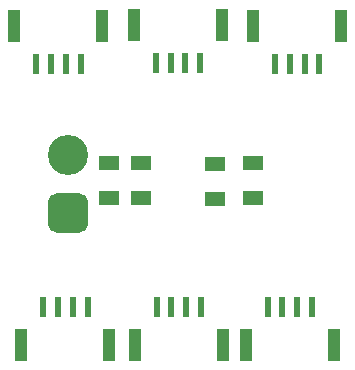
<source format=gbp>
G04*
G04 #@! TF.GenerationSoftware,Altium Limited,Altium Designer,21.6.1 (37)*
G04*
G04 Layer_Color=128*
%FSLAX44Y44*%
%MOMM*%
G71*
G04*
G04 #@! TF.SameCoordinates,54B41048-786A-4A43-A445-D2F397ABDBDA*
G04*
G04*
G04 #@! TF.FilePolarity,Positive*
G04*
G01*
G75*
%ADD33R,1.8200X1.1500*%
%ADD34R,1.0000X2.7000*%
%ADD35R,0.6000X1.7000*%
G04:AMPARAMS|DCode=36|XSize=3.4mm|YSize=3.4mm|CornerRadius=0.85mm|HoleSize=0mm|Usage=FLASHONLY|Rotation=180.000|XOffset=0mm|YOffset=0mm|HoleType=Round|Shape=RoundedRectangle|*
%AMROUNDEDRECTD36*
21,1,3.4000,1.7000,0,0,180.0*
21,1,1.7000,3.4000,0,0,180.0*
1,1,1.7000,-0.8500,0.8500*
1,1,1.7000,0.8500,0.8500*
1,1,1.7000,0.8500,-0.8500*
1,1,1.7000,-0.8500,-0.8500*
%
%ADD36ROUNDEDRECTD36*%
%ADD37C,3.4000*%
D33*
X1467000Y2714150D02*
D03*
Y2743850D02*
D03*
X1440000Y2714150D02*
D03*
Y2743850D02*
D03*
X1530000Y2713150D02*
D03*
Y2742850D02*
D03*
X1562000Y2714150D02*
D03*
Y2743850D02*
D03*
D34*
X1461750Y2589750D02*
D03*
X1536250D02*
D03*
X1535500Y2861000D02*
D03*
X1461000D02*
D03*
X1434250Y2860250D02*
D03*
X1359750D02*
D03*
X1636500Y2860000D02*
D03*
X1562000D02*
D03*
X1555750Y2589750D02*
D03*
X1630250D02*
D03*
X1365750D02*
D03*
X1440250D02*
D03*
D35*
X1480250Y2621750D02*
D03*
X1492750D02*
D03*
X1517750D02*
D03*
X1505250D02*
D03*
X1517000Y2829000D02*
D03*
X1504500D02*
D03*
X1479500D02*
D03*
X1492000D02*
D03*
X1415750Y2828250D02*
D03*
X1403250D02*
D03*
X1378250D02*
D03*
X1390750D02*
D03*
X1618000Y2828000D02*
D03*
X1605500D02*
D03*
X1580500D02*
D03*
X1593000D02*
D03*
X1574250Y2621750D02*
D03*
X1586750D02*
D03*
X1611750D02*
D03*
X1599250D02*
D03*
X1384250D02*
D03*
X1396750D02*
D03*
X1421750D02*
D03*
X1409250D02*
D03*
D36*
X1405000Y2702000D02*
D03*
D37*
Y2751000D02*
D03*
M02*

</source>
